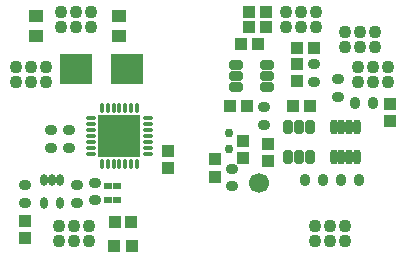
<source format=gts>
G04*
G04 #@! TF.GenerationSoftware,Altium Limited,Altium Designer,20.1.8 (145)*
G04*
G04 Layer_Color=8388736*
%FSTAX43Y43*%
%MOMM*%
G71*
G04*
G04 #@! TF.SameCoordinates,0B34B400-A00A-4FE9-84D7-845614CC9F3F*
G04*
G04*
G04 #@! TF.FilePolarity,Negative*
G04*
G01*
G75*
%ADD15R,1.000X1.050*%
%ADD16R,1.050X1.000*%
G04:AMPARAMS|DCode=17|XSize=0.95mm|YSize=0.8mm|CornerRadius=0.25mm|HoleSize=0mm|Usage=FLASHONLY|Rotation=0.000|XOffset=0mm|YOffset=0mm|HoleType=Round|Shape=RoundedRectangle|*
%AMROUNDEDRECTD17*
21,1,0.950,0.300,0,0,0.0*
21,1,0.450,0.800,0,0,0.0*
1,1,0.500,0.225,-0.150*
1,1,0.500,-0.225,-0.150*
1,1,0.500,-0.225,0.150*
1,1,0.500,0.225,0.150*
%
%ADD17ROUNDEDRECTD17*%
G04:AMPARAMS|DCode=18|XSize=0.95mm|YSize=0.8mm|CornerRadius=0.25mm|HoleSize=0mm|Usage=FLASHONLY|Rotation=90.000|XOffset=0mm|YOffset=0mm|HoleType=Round|Shape=RoundedRectangle|*
%AMROUNDEDRECTD18*
21,1,0.950,0.300,0,0,90.0*
21,1,0.450,0.800,0,0,90.0*
1,1,0.500,0.150,0.225*
1,1,0.500,0.150,-0.225*
1,1,0.500,-0.150,-0.225*
1,1,0.500,-0.150,0.225*
%
%ADD18ROUNDEDRECTD18*%
G04:AMPARAMS|DCode=19|XSize=0.6mm|YSize=1.2mm|CornerRadius=0.2mm|HoleSize=0mm|Usage=FLASHONLY|Rotation=180.000|XOffset=0mm|YOffset=0mm|HoleType=Round|Shape=RoundedRectangle|*
%AMROUNDEDRECTD19*
21,1,0.600,0.800,0,0,180.0*
21,1,0.200,1.200,0,0,180.0*
1,1,0.400,-0.100,0.400*
1,1,0.400,0.100,0.400*
1,1,0.400,0.100,-0.400*
1,1,0.400,-0.100,-0.400*
%
%ADD19ROUNDEDRECTD19*%
G04:AMPARAMS|DCode=20|XSize=0.8mm|YSize=1.2mm|CornerRadius=0.25mm|HoleSize=0mm|Usage=FLASHONLY|Rotation=180.000|XOffset=0mm|YOffset=0mm|HoleType=Round|Shape=RoundedRectangle|*
%AMROUNDEDRECTD20*
21,1,0.800,0.700,0,0,180.0*
21,1,0.300,1.200,0,0,180.0*
1,1,0.500,-0.150,0.350*
1,1,0.500,0.150,0.350*
1,1,0.500,0.150,-0.350*
1,1,0.500,-0.150,-0.350*
%
%ADD20ROUNDEDRECTD20*%
G04:AMPARAMS|DCode=21|XSize=0.8mm|YSize=1.2mm|CornerRadius=0.25mm|HoleSize=0mm|Usage=FLASHONLY|Rotation=90.000|XOffset=0mm|YOffset=0mm|HoleType=Round|Shape=RoundedRectangle|*
%AMROUNDEDRECTD21*
21,1,0.800,0.700,0,0,90.0*
21,1,0.300,1.200,0,0,90.0*
1,1,0.500,0.350,0.150*
1,1,0.500,0.350,-0.150*
1,1,0.500,-0.350,-0.150*
1,1,0.500,-0.350,0.150*
%
%ADD21ROUNDEDRECTD21*%
%ADD22R,0.700X0.550*%
%ADD23R,1.200X1.100*%
%ADD24R,2.700X2.500*%
G04:AMPARAMS|DCode=25|XSize=0.6mm|YSize=0.68mm|CornerRadius=0.2mm|HoleSize=0mm|Usage=FLASHONLY|Rotation=180.000|XOffset=0mm|YOffset=0mm|HoleType=Round|Shape=RoundedRectangle|*
%AMROUNDEDRECTD25*
21,1,0.600,0.280,0,0,180.0*
21,1,0.200,0.680,0,0,180.0*
1,1,0.400,-0.100,0.140*
1,1,0.400,0.100,0.140*
1,1,0.400,0.100,-0.140*
1,1,0.400,-0.100,-0.140*
%
%ADD25ROUNDEDRECTD25*%
G04:AMPARAMS|DCode=26|XSize=0.6mm|YSize=0.95mm|CornerRadius=0.2mm|HoleSize=0mm|Usage=FLASHONLY|Rotation=0.000|XOffset=0mm|YOffset=0mm|HoleType=Round|Shape=RoundedRectangle|*
%AMROUNDEDRECTD26*
21,1,0.600,0.550,0,0,0.0*
21,1,0.200,0.950,0,0,0.0*
1,1,0.400,0.100,-0.275*
1,1,0.400,-0.100,-0.275*
1,1,0.400,-0.100,0.275*
1,1,0.400,0.100,0.275*
%
%ADD26ROUNDEDRECTD26*%
G04:AMPARAMS|DCode=27|XSize=0.4mm|YSize=0.85mm|CornerRadius=0.125mm|HoleSize=0mm|Usage=FLASHONLY|Rotation=90.000|XOffset=0mm|YOffset=0mm|HoleType=Round|Shape=RoundedRectangle|*
%AMROUNDEDRECTD27*
21,1,0.400,0.600,0,0,90.0*
21,1,0.150,0.850,0,0,90.0*
1,1,0.250,0.300,0.075*
1,1,0.250,0.300,-0.075*
1,1,0.250,-0.300,-0.075*
1,1,0.250,-0.300,0.075*
%
%ADD27ROUNDEDRECTD27*%
G04:AMPARAMS|DCode=28|XSize=0.4mm|YSize=0.85mm|CornerRadius=0.125mm|HoleSize=0mm|Usage=FLASHONLY|Rotation=0.000|XOffset=0mm|YOffset=0mm|HoleType=Round|Shape=RoundedRectangle|*
%AMROUNDEDRECTD28*
21,1,0.400,0.600,0,0,0.0*
21,1,0.150,0.850,0,0,0.0*
1,1,0.250,0.075,-0.300*
1,1,0.250,-0.075,-0.300*
1,1,0.250,-0.075,0.300*
1,1,0.250,0.075,0.300*
%
%ADD28ROUNDEDRECTD28*%
%ADD29R,3.600X3.600*%
%ADD30R,1.050X1.050*%
%ADD31C,1.700*%
%ADD32C,1.100*%
D15*
X0093612Y0099494D02*
D03*
Y0098044D02*
D03*
X0104561Y0106894D02*
D03*
Y0105444D02*
D03*
X0102112Y0100094D02*
D03*
Y0098644D02*
D03*
X0097612Y0097344D02*
D03*
Y0098794D02*
D03*
X0100012Y0100394D02*
D03*
Y0098944D02*
D03*
X0112412Y0103494D02*
D03*
Y0102044D02*
D03*
X0081512Y0093594D02*
D03*
Y0092144D02*
D03*
D16*
X0106011Y0108222D02*
D03*
X0104561D02*
D03*
X0101937Y0109969D02*
D03*
X0100487D02*
D03*
X0098862Y0103358D02*
D03*
X0100312D02*
D03*
X0105656D02*
D03*
X0104206D02*
D03*
X0090537Y0091469D02*
D03*
X0089087D02*
D03*
X0099787Y0108569D02*
D03*
X0101237D02*
D03*
X0101937Y0111269D02*
D03*
X0100487D02*
D03*
D17*
X0106012Y0106881D02*
D03*
Y0105381D02*
D03*
X0099012Y0098019D02*
D03*
Y0096519D02*
D03*
X0101712Y0101719D02*
D03*
Y0103219D02*
D03*
X0108012Y0105619D02*
D03*
Y0104119D02*
D03*
X0087412Y0095319D02*
D03*
Y0096819D02*
D03*
X0081512Y0095119D02*
D03*
Y0096619D02*
D03*
X0085912D02*
D03*
Y0095119D02*
D03*
X0083703Y0101261D02*
D03*
Y0099761D02*
D03*
X0085238Y0101261D02*
D03*
Y0099761D02*
D03*
D18*
X0109462Y0103569D02*
D03*
X0110962D02*
D03*
X0105262Y0097069D02*
D03*
X0106762D02*
D03*
X0109762D02*
D03*
X0108262D02*
D03*
D19*
X0108287Y0101569D02*
D03*
X0109587Y0098969D02*
D03*
X0108937Y0101569D02*
D03*
X0109587D02*
D03*
X0107637D02*
D03*
X0108937Y0098969D02*
D03*
X0108287D02*
D03*
X0107637D02*
D03*
D20*
X0103762Y0101569D02*
D03*
X0104712D02*
D03*
X0105662D02*
D03*
Y0098969D02*
D03*
X0104712D02*
D03*
X0103762D02*
D03*
D21*
X0099412Y0106819D02*
D03*
Y0105869D02*
D03*
Y0104919D02*
D03*
X0102012D02*
D03*
Y0105869D02*
D03*
Y0106819D02*
D03*
D22*
X0088512Y0095369D02*
D03*
Y0096569D02*
D03*
X0089262D02*
D03*
Y0095369D02*
D03*
D23*
X0082412Y0109219D02*
D03*
Y0110919D02*
D03*
X0089512Y0109219D02*
D03*
Y0110919D02*
D03*
D24*
X0090162Y0106469D02*
D03*
X0085862D02*
D03*
D25*
X0098803Y0099684D02*
D03*
Y0101004D02*
D03*
D26*
X0084462Y0095119D02*
D03*
X0083162D02*
D03*
Y0097019D02*
D03*
X0083812D02*
D03*
X0084462D02*
D03*
D27*
X0087137Y0102269D02*
D03*
Y0101769D02*
D03*
Y0101269D02*
D03*
Y0100769D02*
D03*
Y0100269D02*
D03*
Y0099769D02*
D03*
X0091887Y0099269D02*
D03*
Y0099769D02*
D03*
Y0100269D02*
D03*
Y0100769D02*
D03*
Y0101269D02*
D03*
Y0101769D02*
D03*
Y0102269D02*
D03*
X0087137Y0099269D02*
D03*
D28*
X0088012Y0098394D02*
D03*
X0088512D02*
D03*
X0089012D02*
D03*
X0089512D02*
D03*
X0090012D02*
D03*
X0090512D02*
D03*
X0091012D02*
D03*
Y0103144D02*
D03*
X0090512D02*
D03*
X0090012D02*
D03*
X0089512D02*
D03*
X0089012D02*
D03*
X0088512D02*
D03*
X0088012D02*
D03*
D29*
X0089512Y0100769D02*
D03*
D30*
X0089112Y0093469D02*
D03*
X0090512D02*
D03*
D31*
X0101312Y0096819D02*
D03*
D32*
X0087112Y0111239D02*
D03*
Y0109969D02*
D03*
X0085842Y0111239D02*
D03*
Y0109969D02*
D03*
X0084572Y0111239D02*
D03*
Y0109969D02*
D03*
X0111112Y0108349D02*
D03*
Y0109619D02*
D03*
X0108572D02*
D03*
X0109842D02*
D03*
X0108572Y0108349D02*
D03*
X0109842D02*
D03*
X0084392Y0091899D02*
D03*
Y0093169D02*
D03*
X0085662Y0091899D02*
D03*
Y0093169D02*
D03*
X0086932Y0091899D02*
D03*
Y0093169D02*
D03*
X0106112Y0111239D02*
D03*
Y0109969D02*
D03*
X0104842Y0111239D02*
D03*
Y0109969D02*
D03*
X0103572Y0111239D02*
D03*
Y0109969D02*
D03*
X0109718Y0106581D02*
D03*
Y0105311D02*
D03*
X0110988Y0106581D02*
D03*
Y0105311D02*
D03*
X0112258Y0106581D02*
D03*
Y0105311D02*
D03*
X0106092Y0091899D02*
D03*
Y0093169D02*
D03*
X0107362Y0091899D02*
D03*
Y0093169D02*
D03*
X0108632Y0091899D02*
D03*
Y0093169D02*
D03*
X0080766Y0106581D02*
D03*
Y0105311D02*
D03*
X0082036Y0106581D02*
D03*
Y0105311D02*
D03*
X0083306Y0106581D02*
D03*
Y0105311D02*
D03*
M02*

</source>
